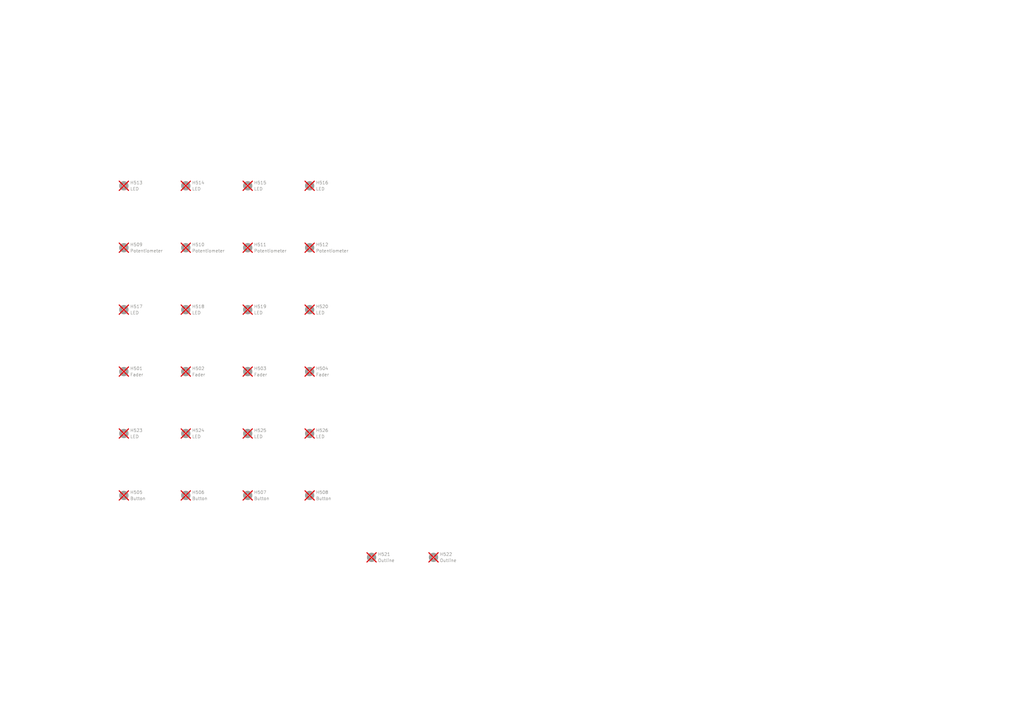
<source format=kicad_sch>
(kicad_sch (version 20250114) (generator "eeschema") (generator_version "9.0")
  (paper "A3")
  (lib_symbols
    (symbol "Mechanical:MountingHole" (pin_names (offset 1.016)) (exclude_from_sim yes) (in_bom no)
      (property "Reference" "H" (at 0 5.08 0))
      (property "Value" "MountingHole" (at 0 3.175 0))
      (symbol "MountingHole_0_1"
        (circle (center 0 0) (radius 1.27) (stroke (width 1.27)))
      )
    )
  )
  (symbol (lib_id "Mechanical:MountingHole") (at 50.8 101.6 0) (unit 1) (exclude_from_sim yes) (in_bom no) (dnp yes)
    (property "Reference" "H509" (at 53.34 100.3299 0) (effects (justify left)))
    (property "Value" "Potentiometer" (at 53.34 102.8699 0) (effects (justify left)))
    (property "Footprint" "suku_basics:FP_POTENTIOMETER" (effects (hide yes)))
    (property "Description" "Mounting Hole without connection" (effects (hide yes)))
  )
  (symbol (lib_id "Mechanical:MountingHole") (at 101.6 76.2 0) (unit 1) (exclude_from_sim yes) (in_bom no) (dnp yes)
    (property "Reference" "H515" (at 104.14 74.9299 0) (effects (justify left)))
    (property "Value" "LED" (at 104.14 77.4699 0) (effects (justify left)))
    (property "Footprint" "suku_basics:FP_LED" (effects (hide yes)))
    (property "Description" "Mounting Hole without connection" (effects (hide yes)))
  )
  (symbol (lib_id "Mechanical:MountingHole") (at 76.2 76.2 0) (unit 1) (exclude_from_sim yes) (in_bom no) (dnp yes)
    (property "Reference" "H514" (at 78.74 74.9299 0) (effects (justify left)))
    (property "Value" "LED" (at 78.74 77.4699 0) (effects (justify left)))
    (property "Footprint" "suku_basics:FP_LED" (effects (hide yes)))
    (property "Description" "Mounting Hole without connection" (effects (hide yes)))
  )
  (symbol (lib_id "Mechanical:MountingHole") (at 50.8 127 0) (unit 1) (exclude_from_sim yes) (in_bom no) (dnp yes)
    (property "Reference" "H517" (at 53.34 125.7299 0) (effects (justify left)))
    (property "Value" "LED" (at 53.34 128.2699 0) (effects (justify left)))
    (property "Footprint" "suku_basics:FP_LED" (effects (hide yes)))
    (property "Description" "Mounting Hole without connection" (effects (hide yes)))
  )
  (symbol (lib_id "Mechanical:MountingHole") (at 127 203.2 0) (unit 1) (exclude_from_sim yes) (in_bom no) (dnp yes)
    (property "Reference" "H508" (at 129.54 201.9299 0) (effects (justify left)))
    (property "Value" "Button" (at 129.54 204.4699 0) (effects (justify left)))
    (property "Footprint" "suku_basics:FP_POTENTIOMETER" (effects (hide yes)))
    (property "Description" "Mounting Hole without connection" (effects (hide yes)))
  )
  (symbol (lib_id "Mechanical:MountingHole") (at 101.6 152.4 0) (unit 1) (exclude_from_sim yes) (in_bom no) (dnp yes)
    (property "Reference" "H503" (at 104.14 151.1299 0) (effects (justify left)))
    (property "Value" "Fader" (at 104.14 153.6699 0) (effects (justify left)))
    (property "Footprint" "suku_basics:FP_FADER" (effects (hide yes)))
    (property "Description" "Mounting Hole without connection" (effects (hide yes)))
  )
  (symbol (lib_id "Mechanical:MountingHole") (at 76.2 152.4 0) (unit 1) (exclude_from_sim yes) (in_bom no) (dnp yes)
    (property "Reference" "H502" (at 78.74 151.1299 0) (effects (justify left)))
    (property "Value" "Fader" (at 78.74 153.6699 0) (effects (justify left)))
    (property "Footprint" "suku_basics:FP_FADER" (effects (hide yes)))
    (property "Description" "Mounting Hole without connection" (effects (hide yes)))
  )
  (symbol (lib_id "Mechanical:MountingHole") (at 50.8 152.4 0) (unit 1) (exclude_from_sim yes) (in_bom no) (dnp yes)
    (property "Reference" "H501" (at 53.34 151.1299 0) (effects (justify left)))
    (property "Value" "Fader" (at 53.34 153.6699 0) (effects (justify left)))
    (property "Footprint" "suku_basics:FP_FADER" (effects (hide yes)))
    (property "Description" "Mounting Hole without connection" (effects (hide yes)))
  )
  (symbol (lib_id "Mechanical:MountingHole") (at 101.6 127 0) (unit 1) (exclude_from_sim yes) (in_bom no) (dnp yes)
    (property "Reference" "H519" (at 104.14 125.7299 0) (effects (justify left)))
    (property "Value" "LED" (at 104.14 128.2699 0) (effects (justify left)))
    (property "Footprint" "suku_basics:FP_LED" (effects (hide yes)))
    (property "Description" "Mounting Hole without connection" (effects (hide yes)))
  )
  (symbol (lib_id "Mechanical:MountingHole") (at 177.8 228.6 0) (unit 1) (exclude_from_sim yes) (in_bom no) (dnp yes)
    (property "Reference" "H522" (at 180.34 227.3299 0) (effects (justify left)))
    (property "Value" "Outline" (at 180.34 229.8699 0) (effects (justify left)))
    (property "Footprint" "suku_basics:OSHWA" (effects (hide yes)))
    (property "Description" "Mounting Hole without connection" (effects (hide yes)))
  )
  (symbol (lib_id "Mechanical:MountingHole") (at 50.8 203.2 0) (unit 1) (exclude_from_sim yes) (in_bom no) (dnp yes)
    (property "Reference" "H505" (at 53.34 201.9299 0) (effects (justify left)))
    (property "Value" "Button" (at 53.34 204.4699 0) (effects (justify left)))
    (property "Footprint" "suku_basics:FP_POTENTIOMETER" (effects (hide yes)))
    (property "Description" "Mounting Hole without connection" (effects (hide yes)))
  )
  (symbol (lib_id "Mechanical:MountingHole") (at 76.2 101.6 0) (unit 1) (exclude_from_sim yes) (in_bom no) (dnp yes)
    (property "Reference" "H510" (at 78.74 100.3299 0) (effects (justify left)))
    (property "Value" "Potentiometer" (at 78.74 102.8699 0) (effects (justify left)))
    (property "Footprint" "suku_basics:FP_POTENTIOMETER" (effects (hide yes)))
    (property "Description" "Mounting Hole without connection" (effects (hide yes)))
  )
  (symbol (lib_id "Mechanical:MountingHole") (at 152.4 228.6 0) (unit 1) (exclude_from_sim yes) (in_bom no) (dnp yes)
    (property "Reference" "H521" (at 154.94 227.3299 0) (effects (justify left)))
    (property "Value" "Outline" (at 154.94 229.8699 0) (effects (justify left)))
    (property "Footprint" "suku_basics:FP_OUTLINE_2" (effects (hide yes)))
    (property "Description" "Mounting Hole without connection" (effects (hide yes)))
  )
  (symbol (lib_id "Mechanical:MountingHole") (at 127 76.2 0) (unit 1) (exclude_from_sim yes) (in_bom no) (dnp yes)
    (property "Reference" "H516" (at 129.54 74.9299 0) (effects (justify left)))
    (property "Value" "LED" (at 129.54 77.4699 0) (effects (justify left)))
    (property "Footprint" "suku_basics:FP_LED" (effects (hide yes)))
    (property "Description" "Mounting Hole without connection" (effects (hide yes)))
  )
  (symbol (lib_id "Mechanical:MountingHole") (at 76.2 203.2 0) (unit 1) (exclude_from_sim yes) (in_bom no) (dnp yes)
    (property "Reference" "H506" (at 78.74 201.9299 0) (effects (justify left)))
    (property "Value" "Button" (at 78.74 204.4699 0) (effects (justify left)))
    (property "Footprint" "suku_basics:FP_POTENTIOMETER" (effects (hide yes)))
    (property "Description" "Mounting Hole without connection" (effects (hide yes)))
  )
  (symbol (lib_id "Mechanical:MountingHole") (at 76.2 177.8 0) (unit 1) (exclude_from_sim yes) (in_bom no) (dnp yes)
    (property "Reference" "H524" (at 78.74 176.5299 0) (effects (justify left)))
    (property "Value" "LED" (at 78.74 179.0699 0) (effects (justify left)))
    (property "Footprint" "suku_basics:FP_LED" (effects (hide yes)))
    (property "Description" "Mounting Hole without connection" (effects (hide yes)))
  )
  (symbol (lib_id "Mechanical:MountingHole") (at 127 127 0) (unit 1) (exclude_from_sim yes) (in_bom no) (dnp yes)
    (property "Reference" "H520" (at 129.54 125.7299 0) (effects (justify left)))
    (property "Value" "LED" (at 129.54 128.2699 0) (effects (justify left)))
    (property "Footprint" "suku_basics:FP_LED" (effects (hide yes)))
    (property "Description" "Mounting Hole without connection" (effects (hide yes)))
  )
  (symbol (lib_id "Mechanical:MountingHole") (at 101.6 177.8 0) (unit 1) (exclude_from_sim yes) (in_bom no) (dnp yes)
    (property "Reference" "H525" (at 104.14 176.5299 0) (effects (justify left)))
    (property "Value" "LED" (at 104.14 179.0699 0) (effects (justify left)))
    (property "Footprint" "suku_basics:FP_LED" (effects (hide yes)))
    (property "Description" "Mounting Hole without connection" (effects (hide yes)))
  )
  (symbol (lib_id "Mechanical:MountingHole") (at 127 101.6 0) (unit 1) (exclude_from_sim yes) (in_bom no) (dnp yes)
    (property "Reference" "H512" (at 129.54 100.3299 0) (effects (justify left)))
    (property "Value" "Potentiometer" (at 129.54 102.8699 0) (effects (justify left)))
    (property "Footprint" "suku_basics:FP_POTENTIOMETER" (effects (hide yes)))
    (property "Description" "Mounting Hole without connection" (effects (hide yes)))
  )
  (symbol (lib_id "Mechanical:MountingHole") (at 76.2 127 0) (unit 1) (exclude_from_sim yes) (in_bom no) (dnp yes)
    (property "Reference" "H518" (at 78.74 125.7299 0) (effects (justify left)))
    (property "Value" "LED" (at 78.74 128.2699 0) (effects (justify left)))
    (property "Footprint" "suku_basics:FP_LED" (effects (hide yes)))
    (property "Description" "Mounting Hole without connection" (effects (hide yes)))
  )
  (symbol (lib_id "Mechanical:MountingHole") (at 127 177.8 0) (unit 1) (exclude_from_sim yes) (in_bom no) (dnp yes)
    (property "Reference" "H526" (at 129.54 176.5299 0) (effects (justify left)))
    (property "Value" "LED" (at 129.54 179.0699 0) (effects (justify left)))
    (property "Footprint" "suku_basics:FP_LED" (effects (hide yes)))
    (property "Description" "Mounting Hole without connection" (effects (hide yes)))
  )
  (symbol (lib_id "Mechanical:MountingHole") (at 101.6 203.2 0) (unit 1) (exclude_from_sim yes) (in_bom no) (dnp yes)
    (property "Reference" "H507" (at 104.14 201.9299 0) (effects (justify left)))
    (property "Value" "Button" (at 104.14 204.4699 0) (effects (justify left)))
    (property "Footprint" "suku_basics:FP_POTENTIOMETER" (effects (hide yes)))
    (property "Description" "Mounting Hole without connection" (effects (hide yes)))
  )
  (symbol (lib_id "Mechanical:MountingHole") (at 101.6 101.6 0) (unit 1) (exclude_from_sim yes) (in_bom no) (dnp yes)
    (property "Reference" "H511" (at 104.14 100.3299 0) (effects (justify left)))
    (property "Value" "Potentiometer" (at 104.14 102.8699 0) (effects (justify left)))
    (property "Footprint" "suku_basics:FP_POTENTIOMETER" (effects (hide yes)))
    (property "Description" "Mounting Hole without connection" (effects (hide yes)))
  )
  (symbol (lib_id "Mechanical:MountingHole") (at 50.8 76.2 0) (unit 1) (exclude_from_sim yes) (in_bom no) (dnp yes)
    (property "Reference" "H513" (at 53.34 74.9299 0) (effects (justify left)))
    (property "Value" "LED" (at 53.34 77.4699 0) (effects (justify left)))
    (property "Footprint" "suku_basics:FP_LED" (effects (hide yes)))
    (property "Description" "Mounting Hole without connection" (effects (hide yes)))
  )
  (symbol (lib_id "Mechanical:MountingHole") (at 127 152.4 0) (unit 1) (exclude_from_sim yes) (in_bom no) (dnp yes)
    (property "Reference" "H504" (at 129.54 151.1299 0) (effects (justify left)))
    (property "Value" "Fader" (at 129.54 153.6699 0) (effects (justify left)))
    (property "Footprint" "suku_basics:FP_FADER" (effects (hide yes)))
    (property "Description" "Mounting Hole without connection" (effects (hide yes)))
  )
  (symbol (lib_id "Mechanical:MountingHole") (at 50.8 177.8 0) (unit 1) (exclude_from_sim yes) (in_bom no) (dnp yes)
    (property "Reference" "H523" (at 53.34 176.5299 0) (effects (justify left)))
    (property "Value" "LED" (at 53.34 179.0699 0) (effects (justify left)))
    (property "Footprint" "suku_basics:FP_LED" (effects (hide yes)))
    (property "Description" "Mounting Hole without connection" (effects (hide yes)))
  )
)
</source>
